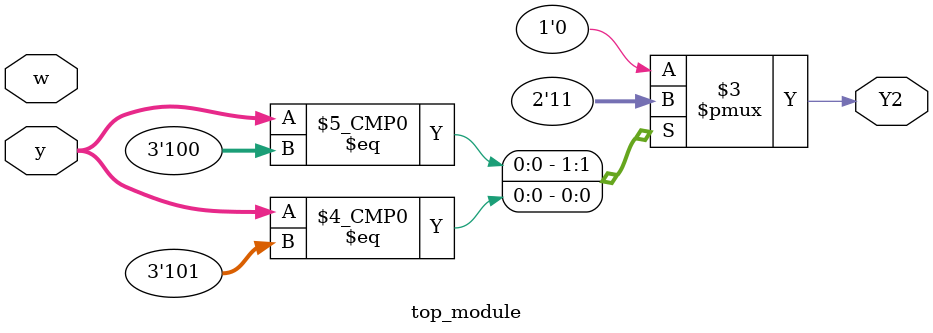
<source format=sv>
module top_module(
    input [3:1] y,
    input w,
    output reg Y2);

    always @(*) begin
        case (y)
            3'b000: Y2 = 1'b0; // State A
            3'b001: Y2 = 1'b0; // State B
            3'b010: Y2 = 1'b0; // State C
            3'b011: Y2 = 1'b0; // State D
            3'b100: Y2 = 1'b1; // State E
            3'b101: Y2 = 1'b1; // State F
            default: Y2 = 1'b0;
        endcase
    end

endmodule

</source>
